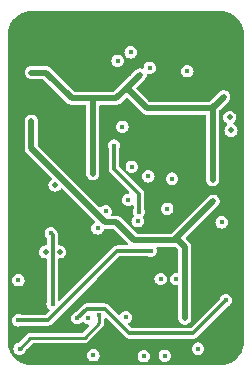
<source format=gbr>
%TF.GenerationSoftware,KiCad,Pcbnew,8.0.0*%
%TF.CreationDate,2024-02-29T09:48:21+03:00*%
%TF.ProjectId,micro17,6d696372-6f31-4372-9e6b-696361645f70,rev?*%
%TF.SameCoordinates,Original*%
%TF.FileFunction,Copper,L2,Inr*%
%TF.FilePolarity,Positive*%
%FSLAX46Y46*%
G04 Gerber Fmt 4.6, Leading zero omitted, Abs format (unit mm)*
G04 Created by KiCad (PCBNEW 8.0.0) date 2024-02-29 09:48:21*
%MOMM*%
%LPD*%
G01*
G04 APERTURE LIST*
%TA.AperFunction,ViaPad*%
%ADD10C,0.450000*%
%TD*%
%TA.AperFunction,ViaPad*%
%ADD11C,0.500000*%
%TD*%
%TA.AperFunction,Conductor*%
%ADD12C,0.300000*%
%TD*%
%TA.AperFunction,Conductor*%
%ADD13C,0.250000*%
%TD*%
%TA.AperFunction,Conductor*%
%ADD14C,0.500000*%
%TD*%
G04 APERTURE END LIST*
D10*
%TO.N,GND*%
X191000000Y-71900000D03*
D11*
X183000000Y-53000000D03*
X197000000Y-73000000D03*
X182000000Y-75250000D03*
X180750000Y-70000000D03*
X181000000Y-68500000D03*
X188750000Y-69500000D03*
X198250000Y-65750000D03*
X198750000Y-63250000D03*
X183000000Y-73000000D03*
X181000000Y-75000000D03*
X199100000Y-79100000D03*
X199000000Y-53000000D03*
X199000000Y-51000000D03*
X185000000Y-55000000D03*
X187000000Y-55000000D03*
X181000000Y-65000000D03*
X181000000Y-63000000D03*
X181000000Y-61000000D03*
X181000000Y-59000000D03*
X181000000Y-57000000D03*
X181000000Y-55000000D03*
X181000000Y-53000000D03*
X185000000Y-53000000D03*
X187000000Y-53000000D03*
X187000000Y-51000000D03*
X185000000Y-51000000D03*
X183000000Y-51000000D03*
X181000000Y-51000000D03*
X185000000Y-60000000D03*
D10*
X186500000Y-79400000D03*
X182960000Y-59312499D03*
X183960000Y-60012499D03*
%TO.N,PTT_IN*%
X196100000Y-78600000D03*
%TO.N,GND*%
X192000000Y-57500000D03*
X197300000Y-72000000D03*
D11*
X189700000Y-79500000D03*
D10*
X194000000Y-61500000D03*
X192000000Y-59500000D03*
X194000000Y-57300000D03*
X197800000Y-78400000D03*
X189000000Y-64500000D03*
X186100000Y-68400000D03*
X196000000Y-59500000D03*
X196000000Y-61500000D03*
X190300000Y-55300000D03*
X194400000Y-54800000D03*
X191400000Y-68500000D03*
X192000000Y-61500000D03*
X198800000Y-54600000D03*
X196000000Y-57500000D03*
X196400000Y-74700000D03*
D11*
X182300000Y-70300000D03*
D10*
X194800000Y-65900000D03*
%TO.N,+3V3*%
X191200000Y-55400000D03*
X198300000Y-57250000D03*
D11*
X182000000Y-55212499D03*
D10*
X187200000Y-63800000D03*
D11*
X197350000Y-64290000D03*
D10*
X183650000Y-68800000D03*
X183800000Y-74800000D03*
%TO.N,+5V*%
X197400000Y-66100000D03*
X189200000Y-67900000D03*
X191475000Y-69397760D03*
D11*
X182000000Y-59312499D03*
D10*
X195000000Y-76000000D03*
%TO.N,Net-(U4B-+)*%
X191000000Y-67800000D03*
X188301409Y-66976409D03*
%TO.N,/MCU/~{RST}*%
X190400000Y-53500000D03*
X189700000Y-59800000D03*
%TO.N,Net-(C16-Pad2)*%
X190200000Y-66000000D03*
X187600000Y-68400000D03*
%TO.N,Net-(U5A-P0A)*%
X180900000Y-76200000D03*
X192100000Y-70300000D03*
X193501316Y-66750000D03*
%TO.N,Net-(U5B-P1A)*%
X180900000Y-72800000D03*
X198100000Y-67900000D03*
%TO.N,Net-(U5C-P2W)*%
X198467935Y-74499604D03*
X185900000Y-76000000D03*
%TO.N,I2C_SDA*%
X192023768Y-54823768D03*
D11*
X183200000Y-70400000D03*
D10*
%TO.N,PTT_OUT*%
X191900000Y-64000000D03*
X194250000Y-72700000D03*
%TO.N,AUDIO_OUT_MUTE*%
X193900000Y-64200000D03*
%TO.N,BASEBAND_IN_FILT*%
X189000000Y-61400000D03*
X191100000Y-67000000D03*
%TO.N,BASEBAND_OUT*%
X190500000Y-63200000D03*
X186800000Y-76000000D03*
%TO.N,I2C_SCL*%
X195200000Y-55100000D03*
D11*
X184400000Y-70400000D03*
D10*
%TO.N,AUDIO_OUT_FILT*%
X187750000Y-75775000D03*
X181000000Y-78597151D03*
%TO.N,BASEBAND_IN*%
X187250000Y-79150000D03*
%TO.N,BASEBAND_OUT_FILT*%
X191525000Y-79225000D03*
%TO.N,AUDIO_IN*%
X193300000Y-79200000D03*
%TO.N,PTT_IN*%
X189300000Y-54200000D03*
%TO.N,MCU_TX*%
X190000000Y-75950000D03*
D11*
X198900000Y-60100000D03*
D10*
X192950000Y-72700000D03*
D11*
%TO.N,MCU_RX*%
X198800000Y-59000000D03*
%TO.N,Net-(J5-Pin_38)*%
X184000000Y-64750000D03*
%TD*%
D12*
%TO.N,Net-(U5C-P2W)*%
X190300000Y-77300000D02*
X195667539Y-77300000D01*
X188200000Y-75200000D02*
X190300000Y-77300000D01*
X195667539Y-77300000D02*
X198467935Y-74499604D01*
X186700000Y-75200000D02*
X188200000Y-75200000D01*
X185900000Y-76000000D02*
X186700000Y-75200000D01*
D13*
%TO.N,AUDIO_OUT_FILT*%
X186500000Y-77700000D02*
X181897151Y-77700000D01*
X187750000Y-76450000D02*
X186500000Y-77700000D01*
X181897151Y-77700000D02*
X181000000Y-78597151D01*
X187750000Y-75775000D02*
X187750000Y-76450000D01*
D14*
%TO.N,+3V3*%
X191795405Y-58250000D02*
X190100000Y-56554595D01*
X198300000Y-57250000D02*
X197300000Y-58250000D01*
X197300000Y-58250000D02*
X191795405Y-58250000D01*
X190100000Y-56554595D02*
X190100000Y-56500000D01*
%TO.N,+5V*%
X188270405Y-67900000D02*
X182000000Y-61629595D01*
X182000000Y-61629595D02*
X182000000Y-59312499D01*
X189200000Y-67900000D02*
X188270405Y-67900000D01*
%TO.N,+3V3*%
X185400000Y-57400000D02*
X187200000Y-57400000D01*
X183212499Y-55212499D02*
X185400000Y-57400000D01*
X182000000Y-55212499D02*
X183212499Y-55212499D01*
D12*
X183800000Y-68950000D02*
X183650000Y-68800000D01*
X183800000Y-74800000D02*
X183800000Y-68950000D01*
D14*
X190100000Y-56500000D02*
X191200000Y-55400000D01*
X189200000Y-57400000D02*
X190100000Y-56500000D01*
X187200000Y-57400000D02*
X189200000Y-57400000D01*
X197350000Y-64290000D02*
X197350000Y-58200000D01*
X197350000Y-58200000D02*
X198300000Y-57250000D01*
X187200000Y-63800000D02*
X187200000Y-57400000D01*
%TO.N,+5V*%
X197400000Y-66100000D02*
X194100000Y-69400000D01*
X190700000Y-69400000D02*
X194100000Y-69400000D01*
X194100000Y-69400000D02*
X194428248Y-69400000D01*
X194428248Y-69400000D02*
X195000000Y-69971752D01*
X189200000Y-67900000D02*
X190700000Y-69400000D01*
X195000000Y-69971752D02*
X195000000Y-76000000D01*
D12*
%TO.N,Net-(U5A-P0A)*%
X192100000Y-70300000D02*
X189277818Y-70300000D01*
X189277818Y-70300000D02*
X183377818Y-76200000D01*
X183377818Y-76200000D02*
X180900000Y-76200000D01*
%TO.N,BASEBAND_IN_FILT*%
X189000000Y-63400000D02*
X191100000Y-65500000D01*
X189000000Y-61400000D02*
X189000000Y-63400000D01*
X191100000Y-65500000D02*
X191100000Y-67000000D01*
%TD*%
%TA.AperFunction,Conductor*%
%TO.N,GND*%
G36*
X198003886Y-50000277D02*
G01*
X198276859Y-50019801D01*
X198292237Y-50022011D01*
X198555845Y-50079356D01*
X198570764Y-50083736D01*
X198823532Y-50178014D01*
X198837676Y-50184474D01*
X199074440Y-50313757D01*
X199087523Y-50322165D01*
X199303476Y-50483826D01*
X199315230Y-50494010D01*
X199505989Y-50684769D01*
X199516173Y-50696523D01*
X199677834Y-50912476D01*
X199686242Y-50925559D01*
X199815525Y-51162323D01*
X199821986Y-51176469D01*
X199916262Y-51429233D01*
X199920643Y-51444155D01*
X199977986Y-51707754D01*
X199980199Y-51723148D01*
X199999722Y-51996113D01*
X200000000Y-52003889D01*
X200000000Y-77996110D01*
X199999722Y-78003886D01*
X199980199Y-78276851D01*
X199977986Y-78292245D01*
X199920643Y-78555844D01*
X199916262Y-78570766D01*
X199821986Y-78823530D01*
X199815525Y-78837676D01*
X199686242Y-79074440D01*
X199677834Y-79087523D01*
X199516173Y-79303476D01*
X199505989Y-79315230D01*
X199315230Y-79505989D01*
X199303476Y-79516173D01*
X199087523Y-79677834D01*
X199074440Y-79686242D01*
X198837676Y-79815525D01*
X198823530Y-79821986D01*
X198570766Y-79916262D01*
X198555844Y-79920643D01*
X198292245Y-79977986D01*
X198276851Y-79980199D01*
X198003887Y-79999722D01*
X197996111Y-80000000D01*
X182003889Y-80000000D01*
X181996113Y-79999722D01*
X181723148Y-79980199D01*
X181707754Y-79977986D01*
X181444155Y-79920643D01*
X181429233Y-79916262D01*
X181176469Y-79821986D01*
X181162323Y-79815525D01*
X180925559Y-79686242D01*
X180912476Y-79677834D01*
X180696523Y-79516173D01*
X180684769Y-79505989D01*
X180494010Y-79315230D01*
X180483826Y-79303476D01*
X180368936Y-79150002D01*
X186719965Y-79150002D01*
X186738024Y-79287178D01*
X186738026Y-79287185D01*
X186790974Y-79415014D01*
X186790976Y-79415018D01*
X186860781Y-79505989D01*
X186875209Y-79524791D01*
X186984982Y-79609024D01*
X187048899Y-79635499D01*
X187112814Y-79661973D01*
X187112821Y-79661975D01*
X187249997Y-79680035D01*
X187250000Y-79680035D01*
X187250003Y-79680035D01*
X187387178Y-79661975D01*
X187387180Y-79661974D01*
X187387183Y-79661974D01*
X187515018Y-79609024D01*
X187624791Y-79524791D01*
X187709024Y-79415018D01*
X187761974Y-79287183D01*
X187770161Y-79225002D01*
X190994965Y-79225002D01*
X191013024Y-79362178D01*
X191013026Y-79362185D01*
X191065974Y-79490014D01*
X191065976Y-79490018D01*
X191131028Y-79574795D01*
X191150209Y-79599791D01*
X191150213Y-79599794D01*
X191150214Y-79599795D01*
X191162243Y-79609025D01*
X191259982Y-79684024D01*
X191265337Y-79686242D01*
X191387814Y-79736973D01*
X191387821Y-79736975D01*
X191524997Y-79755035D01*
X191525000Y-79755035D01*
X191525003Y-79755035D01*
X191662178Y-79736975D01*
X191662180Y-79736974D01*
X191662183Y-79736974D01*
X191790018Y-79684024D01*
X191899791Y-79599791D01*
X191984024Y-79490018D01*
X192036974Y-79362183D01*
X192040266Y-79337183D01*
X192055035Y-79225002D01*
X192055035Y-79224997D01*
X192051744Y-79200002D01*
X192769965Y-79200002D01*
X192788024Y-79337178D01*
X192788026Y-79337185D01*
X192840974Y-79465014D01*
X192840976Y-79465018D01*
X192872414Y-79505989D01*
X192925209Y-79574791D01*
X193034982Y-79659024D01*
X193095341Y-79684025D01*
X193162814Y-79711973D01*
X193162821Y-79711975D01*
X193299997Y-79730035D01*
X193300000Y-79730035D01*
X193300003Y-79730035D01*
X193437178Y-79711975D01*
X193437180Y-79711974D01*
X193437183Y-79711974D01*
X193565018Y-79659024D01*
X193674791Y-79574791D01*
X193759024Y-79465018D01*
X193811974Y-79337183D01*
X193814865Y-79315230D01*
X193830035Y-79200002D01*
X193830035Y-79199997D01*
X193811975Y-79062821D01*
X193811973Y-79062814D01*
X193759023Y-78934981D01*
X193674795Y-78825214D01*
X193674794Y-78825213D01*
X193674791Y-78825209D01*
X193674786Y-78825205D01*
X193674785Y-78825204D01*
X193565018Y-78740976D01*
X193565014Y-78740974D01*
X193437185Y-78688026D01*
X193437178Y-78688024D01*
X193300003Y-78669965D01*
X193299997Y-78669965D01*
X193162821Y-78688024D01*
X193162814Y-78688026D01*
X193034981Y-78740976D01*
X192925214Y-78825204D01*
X192925204Y-78825214D01*
X192840976Y-78934981D01*
X192788026Y-79062814D01*
X192788024Y-79062821D01*
X192769965Y-79199997D01*
X192769965Y-79200002D01*
X192051744Y-79200002D01*
X192036975Y-79087821D01*
X192036973Y-79087814D01*
X191990159Y-78974795D01*
X191984024Y-78959983D01*
X191984023Y-78959982D01*
X191984023Y-78959981D01*
X191899795Y-78850214D01*
X191899794Y-78850213D01*
X191899791Y-78850209D01*
X191899786Y-78850205D01*
X191899785Y-78850204D01*
X191790018Y-78765976D01*
X191790014Y-78765974D01*
X191662185Y-78713026D01*
X191662178Y-78713024D01*
X191525003Y-78694965D01*
X191524997Y-78694965D01*
X191387821Y-78713024D01*
X191387814Y-78713026D01*
X191259981Y-78765976D01*
X191150214Y-78850204D01*
X191150204Y-78850214D01*
X191065976Y-78959981D01*
X191013026Y-79087814D01*
X191013024Y-79087821D01*
X190994965Y-79224997D01*
X190994965Y-79225002D01*
X187770161Y-79225002D01*
X187780035Y-79150000D01*
X187780035Y-79149997D01*
X187761975Y-79012821D01*
X187761973Y-79012814D01*
X187709023Y-78884981D01*
X187624795Y-78775214D01*
X187624794Y-78775213D01*
X187624791Y-78775209D01*
X187624786Y-78775205D01*
X187624785Y-78775204D01*
X187515018Y-78690976D01*
X187515014Y-78690974D01*
X187387185Y-78638026D01*
X187387178Y-78638024D01*
X187250003Y-78619965D01*
X187249997Y-78619965D01*
X187112821Y-78638024D01*
X187112814Y-78638026D01*
X186984981Y-78690976D01*
X186875214Y-78775204D01*
X186875204Y-78775214D01*
X186790976Y-78884981D01*
X186738026Y-79012814D01*
X186738024Y-79012821D01*
X186719965Y-79149997D01*
X186719965Y-79150002D01*
X180368936Y-79150002D01*
X180322165Y-79087523D01*
X180313757Y-79074440D01*
X180303783Y-79056174D01*
X180184473Y-78837673D01*
X180178013Y-78823530D01*
X180159988Y-78775204D01*
X180093579Y-78597153D01*
X180469965Y-78597153D01*
X180488024Y-78734329D01*
X180488026Y-78734336D01*
X180540974Y-78862165D01*
X180540976Y-78862169D01*
X180558480Y-78884981D01*
X180625209Y-78971942D01*
X180734982Y-79056175D01*
X180798899Y-79082650D01*
X180862814Y-79109124D01*
X180862821Y-79109126D01*
X180999997Y-79127186D01*
X181000000Y-79127186D01*
X181000003Y-79127186D01*
X181137178Y-79109126D01*
X181137180Y-79109125D01*
X181137183Y-79109125D01*
X181265018Y-79056175D01*
X181374791Y-78971942D01*
X181459024Y-78862169D01*
X181511974Y-78734334D01*
X181514332Y-78716421D01*
X181543331Y-78655620D01*
X181545325Y-78653573D01*
X181598896Y-78600002D01*
X195569965Y-78600002D01*
X195588024Y-78737178D01*
X195588026Y-78737185D01*
X195640974Y-78865014D01*
X195640976Y-78865018D01*
X195723022Y-78971942D01*
X195725209Y-78974791D01*
X195834982Y-79059024D01*
X195844149Y-79062821D01*
X195962814Y-79111973D01*
X195962821Y-79111975D01*
X196099997Y-79130035D01*
X196100000Y-79130035D01*
X196100003Y-79130035D01*
X196237178Y-79111975D01*
X196237180Y-79111974D01*
X196237183Y-79111974D01*
X196365018Y-79059024D01*
X196474791Y-78974791D01*
X196559024Y-78865018D01*
X196611974Y-78737183D01*
X196615155Y-78713026D01*
X196630035Y-78600002D01*
X196630035Y-78599997D01*
X196611975Y-78462821D01*
X196611973Y-78462814D01*
X196559023Y-78334981D01*
X196474795Y-78225214D01*
X196474794Y-78225213D01*
X196474791Y-78225209D01*
X196474786Y-78225205D01*
X196474785Y-78225204D01*
X196365018Y-78140976D01*
X196365014Y-78140974D01*
X196237185Y-78088026D01*
X196237178Y-78088024D01*
X196100003Y-78069965D01*
X196099997Y-78069965D01*
X195962821Y-78088024D01*
X195962814Y-78088026D01*
X195834981Y-78140976D01*
X195725214Y-78225204D01*
X195725204Y-78225214D01*
X195640976Y-78334981D01*
X195588026Y-78462814D01*
X195588024Y-78462821D01*
X195569965Y-78599997D01*
X195569965Y-78600002D01*
X181598896Y-78600002D01*
X182041475Y-78157425D01*
X182101498Y-78126842D01*
X182118549Y-78125500D01*
X186556018Y-78125500D01*
X186664237Y-78096503D01*
X186761263Y-78040485D01*
X188090485Y-76711263D01*
X188146503Y-76614237D01*
X188175500Y-76506018D01*
X188175500Y-76393982D01*
X188175500Y-76120707D01*
X188196317Y-76056638D01*
X188198026Y-76054350D01*
X188213374Y-76034349D01*
X188214454Y-76035178D01*
X188259016Y-75995045D01*
X188326011Y-75987995D01*
X188380438Y-76017541D01*
X190023386Y-77660489D01*
X190082696Y-77694731D01*
X190104405Y-77707265D01*
X190126113Y-77719799D01*
X190240687Y-77750499D01*
X190240691Y-77750500D01*
X190240693Y-77750500D01*
X195726847Y-77750500D01*
X195726848Y-77750500D01*
X195817212Y-77726286D01*
X195841426Y-77719799D01*
X195944153Y-77660489D01*
X198569212Y-75035428D01*
X198604573Y-75011803D01*
X198605115Y-75011578D01*
X198605118Y-75011578D01*
X198732953Y-74958628D01*
X198842726Y-74874395D01*
X198926959Y-74764622D01*
X198979909Y-74636787D01*
X198993347Y-74534722D01*
X198997970Y-74499606D01*
X198997970Y-74499601D01*
X198979910Y-74362425D01*
X198979908Y-74362418D01*
X198926958Y-74234585D01*
X198842730Y-74124818D01*
X198842729Y-74124817D01*
X198842726Y-74124813D01*
X198842721Y-74124809D01*
X198842720Y-74124808D01*
X198732953Y-74040580D01*
X198732949Y-74040578D01*
X198605120Y-73987630D01*
X198605113Y-73987628D01*
X198467938Y-73969569D01*
X198467932Y-73969569D01*
X198330756Y-73987628D01*
X198330749Y-73987630D01*
X198202916Y-74040580D01*
X198093149Y-74124808D01*
X198093139Y-74124818D01*
X198008912Y-74234584D01*
X197955735Y-74362965D01*
X197932107Y-74398327D01*
X195512861Y-76817575D01*
X195452837Y-76848158D01*
X195435786Y-76849500D01*
X190531753Y-76849500D01*
X190467684Y-76828683D01*
X190454678Y-76817575D01*
X190225589Y-76588486D01*
X190195006Y-76528462D01*
X190205544Y-76461926D01*
X190253179Y-76414291D01*
X190260955Y-76410707D01*
X190261404Y-76410520D01*
X190265018Y-76409024D01*
X190374791Y-76324791D01*
X190459024Y-76215018D01*
X190511974Y-76087183D01*
X190513911Y-76072476D01*
X190530035Y-75950002D01*
X190530035Y-75949997D01*
X190511975Y-75812821D01*
X190511973Y-75812814D01*
X190479734Y-75734981D01*
X190459024Y-75684983D01*
X190459023Y-75684982D01*
X190459023Y-75684981D01*
X190374795Y-75575214D01*
X190374794Y-75575213D01*
X190374791Y-75575209D01*
X190374786Y-75575205D01*
X190374785Y-75575204D01*
X190265018Y-75490976D01*
X190265014Y-75490974D01*
X190137185Y-75438026D01*
X190137178Y-75438024D01*
X190000003Y-75419965D01*
X189999997Y-75419965D01*
X189862821Y-75438024D01*
X189862814Y-75438026D01*
X189734981Y-75490976D01*
X189625214Y-75575204D01*
X189625204Y-75575214D01*
X189540976Y-75684981D01*
X189539288Y-75689057D01*
X189495533Y-75740278D01*
X189430027Y-75755999D01*
X189367792Y-75730215D01*
X189361526Y-75724423D01*
X188476614Y-74839511D01*
X188373887Y-74780201D01*
X188349673Y-74773713D01*
X188259312Y-74749500D01*
X188259309Y-74749500D01*
X186640691Y-74749500D01*
X186550326Y-74773713D01*
X186526113Y-74780200D01*
X186423388Y-74839508D01*
X185798723Y-75464172D01*
X185763361Y-75487800D01*
X185634980Y-75540977D01*
X185525214Y-75625204D01*
X185525204Y-75625214D01*
X185440976Y-75734981D01*
X185388026Y-75862814D01*
X185388024Y-75862821D01*
X185369965Y-75999997D01*
X185369965Y-76000002D01*
X185388024Y-76137178D01*
X185388026Y-76137185D01*
X185440974Y-76265014D01*
X185440976Y-76265018D01*
X185523181Y-76372149D01*
X185525209Y-76374791D01*
X185634982Y-76459024D01*
X185698899Y-76485499D01*
X185762814Y-76511973D01*
X185762821Y-76511975D01*
X185899997Y-76530035D01*
X185900000Y-76530035D01*
X185900003Y-76530035D01*
X186037178Y-76511975D01*
X186037180Y-76511974D01*
X186037183Y-76511974D01*
X186165018Y-76459024D01*
X186274791Y-76374791D01*
X186274790Y-76374791D01*
X186280459Y-76370442D01*
X186281769Y-76372149D01*
X186332949Y-76346073D01*
X186399485Y-76356611D01*
X186419176Y-76370917D01*
X186419541Y-76370442D01*
X186425209Y-76374791D01*
X186534982Y-76459024D01*
X186598899Y-76485499D01*
X186662814Y-76511973D01*
X186662821Y-76511975D01*
X186799997Y-76530035D01*
X186805067Y-76530035D01*
X186869136Y-76550852D01*
X186908732Y-76605352D01*
X186908732Y-76672718D01*
X186882142Y-76716110D01*
X186355677Y-77242575D01*
X186295653Y-77273158D01*
X186278602Y-77274500D01*
X181841133Y-77274500D01*
X181732914Y-77303496D01*
X181635888Y-77359514D01*
X180943575Y-78051825D01*
X180883552Y-78082408D01*
X180880734Y-78082817D01*
X180862817Y-78085176D01*
X180734981Y-78138127D01*
X180625214Y-78222355D01*
X180625204Y-78222365D01*
X180540976Y-78332132D01*
X180488026Y-78459965D01*
X180488024Y-78459972D01*
X180469965Y-78597148D01*
X180469965Y-78597153D01*
X180093579Y-78597153D01*
X180083736Y-78570764D01*
X180079356Y-78555844D01*
X180059120Y-78462821D01*
X180022011Y-78292237D01*
X180019801Y-78276859D01*
X180000278Y-78003886D01*
X180000000Y-77996110D01*
X180000000Y-76200002D01*
X180369965Y-76200002D01*
X180388024Y-76337178D01*
X180388026Y-76337185D01*
X180440974Y-76465014D01*
X180440976Y-76465018D01*
X180514234Y-76560489D01*
X180525209Y-76574791D01*
X180634982Y-76659024D01*
X180668043Y-76672718D01*
X180762814Y-76711973D01*
X180762821Y-76711975D01*
X180899997Y-76730035D01*
X180900000Y-76730035D01*
X180900003Y-76730035D01*
X181037178Y-76711975D01*
X181037180Y-76711974D01*
X181037183Y-76711974D01*
X181165018Y-76659024D01*
X181165018Y-76659023D01*
X181165566Y-76658797D01*
X181207278Y-76650500D01*
X183437126Y-76650500D01*
X183437127Y-76650500D01*
X183527491Y-76626286D01*
X183551705Y-76619799D01*
X183654432Y-76560489D01*
X187514919Y-72700002D01*
X192419965Y-72700002D01*
X192438024Y-72837178D01*
X192438026Y-72837185D01*
X192490974Y-72965014D01*
X192490976Y-72965018D01*
X192567709Y-73065018D01*
X192575209Y-73074791D01*
X192684982Y-73159024D01*
X192748899Y-73185499D01*
X192812814Y-73211973D01*
X192812821Y-73211975D01*
X192949997Y-73230035D01*
X192950000Y-73230035D01*
X192950003Y-73230035D01*
X193087178Y-73211975D01*
X193087180Y-73211974D01*
X193087183Y-73211974D01*
X193215018Y-73159024D01*
X193324791Y-73074791D01*
X193409024Y-72965018D01*
X193461974Y-72837183D01*
X193466870Y-72800000D01*
X193480035Y-72700002D01*
X193480035Y-72699997D01*
X193461975Y-72562821D01*
X193461973Y-72562814D01*
X193409023Y-72434981D01*
X193324795Y-72325214D01*
X193324794Y-72325213D01*
X193324791Y-72325209D01*
X193324786Y-72325205D01*
X193324785Y-72325204D01*
X193215018Y-72240976D01*
X193215014Y-72240974D01*
X193087185Y-72188026D01*
X193087178Y-72188024D01*
X192950003Y-72169965D01*
X192949997Y-72169965D01*
X192812821Y-72188024D01*
X192812814Y-72188026D01*
X192684981Y-72240976D01*
X192575214Y-72325204D01*
X192575204Y-72325214D01*
X192490976Y-72434981D01*
X192438026Y-72562814D01*
X192438024Y-72562821D01*
X192419965Y-72699997D01*
X192419965Y-72700002D01*
X187514919Y-72700002D01*
X189432496Y-70782425D01*
X189492520Y-70751842D01*
X189509571Y-70750500D01*
X191792722Y-70750500D01*
X191834434Y-70758797D01*
X191962814Y-70811973D01*
X191962821Y-70811975D01*
X192099997Y-70830035D01*
X192100000Y-70830035D01*
X192100003Y-70830035D01*
X192237178Y-70811975D01*
X192237180Y-70811974D01*
X192237183Y-70811974D01*
X192365018Y-70759024D01*
X192474791Y-70674791D01*
X192559024Y-70565018D01*
X192611974Y-70437183D01*
X192616870Y-70400000D01*
X192630035Y-70300002D01*
X192630035Y-70299997D01*
X192611975Y-70162821D01*
X192611973Y-70162814D01*
X192586457Y-70101212D01*
X192581172Y-70034054D01*
X192616371Y-69976615D01*
X192678609Y-69950836D01*
X192687160Y-69950500D01*
X194027525Y-69950500D01*
X194027526Y-69950500D01*
X194155073Y-69950500D01*
X194219142Y-69971317D01*
X194232148Y-69982425D01*
X194417575Y-70167852D01*
X194448158Y-70227876D01*
X194449500Y-70244927D01*
X194449500Y-72071939D01*
X194428683Y-72136008D01*
X194374183Y-72175604D01*
X194326273Y-72180006D01*
X194250004Y-72169965D01*
X194249997Y-72169965D01*
X194112821Y-72188024D01*
X194112814Y-72188026D01*
X193984981Y-72240976D01*
X193875214Y-72325204D01*
X193875204Y-72325214D01*
X193790976Y-72434981D01*
X193738026Y-72562814D01*
X193738024Y-72562821D01*
X193719965Y-72699997D01*
X193719965Y-72700002D01*
X193738024Y-72837178D01*
X193738026Y-72837185D01*
X193790974Y-72965014D01*
X193790976Y-72965018D01*
X193867709Y-73065018D01*
X193875209Y-73074791D01*
X193984982Y-73159024D01*
X194048899Y-73185499D01*
X194112814Y-73211973D01*
X194112821Y-73211975D01*
X194249997Y-73230035D01*
X194250000Y-73230035D01*
X194250001Y-73230035D01*
X194267390Y-73227745D01*
X194326272Y-73219993D01*
X194392509Y-73232268D01*
X194438881Y-73281133D01*
X194449500Y-73328060D01*
X194449500Y-76072476D01*
X194487016Y-76212485D01*
X194559010Y-76337183D01*
X194559491Y-76338015D01*
X194661985Y-76440509D01*
X194787515Y-76512984D01*
X194927525Y-76550500D01*
X194927527Y-76550500D01*
X195072473Y-76550500D01*
X195072475Y-76550500D01*
X195212485Y-76512984D01*
X195338015Y-76440509D01*
X195440509Y-76338015D01*
X195512984Y-76212485D01*
X195550500Y-76072475D01*
X195550500Y-69899277D01*
X195512984Y-69759267D01*
X195500714Y-69738014D01*
X195440510Y-69633737D01*
X195119721Y-69312948D01*
X195089140Y-69252927D01*
X195099678Y-69186391D01*
X195119720Y-69158804D01*
X196378522Y-67900002D01*
X197569965Y-67900002D01*
X197588024Y-68037178D01*
X197588026Y-68037185D01*
X197640974Y-68165014D01*
X197640976Y-68165018D01*
X197721505Y-68269965D01*
X197725209Y-68274791D01*
X197834982Y-68359024D01*
X197898899Y-68385499D01*
X197962814Y-68411973D01*
X197962821Y-68411975D01*
X198099997Y-68430035D01*
X198100000Y-68430035D01*
X198100003Y-68430035D01*
X198237178Y-68411975D01*
X198237180Y-68411974D01*
X198237183Y-68411974D01*
X198365018Y-68359024D01*
X198474791Y-68274791D01*
X198559024Y-68165018D01*
X198611974Y-68037183D01*
X198613551Y-68025209D01*
X198630035Y-67900002D01*
X198630035Y-67899997D01*
X198611975Y-67762821D01*
X198611973Y-67762814D01*
X198559023Y-67634981D01*
X198474795Y-67525214D01*
X198474794Y-67525213D01*
X198474791Y-67525209D01*
X198474786Y-67525205D01*
X198474785Y-67525204D01*
X198365018Y-67440976D01*
X198365014Y-67440974D01*
X198237185Y-67388026D01*
X198237178Y-67388024D01*
X198100003Y-67369965D01*
X198099997Y-67369965D01*
X197962821Y-67388024D01*
X197962814Y-67388026D01*
X197834981Y-67440976D01*
X197725214Y-67525204D01*
X197725204Y-67525214D01*
X197640976Y-67634981D01*
X197588026Y-67762814D01*
X197588024Y-67762821D01*
X197569965Y-67899997D01*
X197569965Y-67900002D01*
X196378522Y-67900002D01*
X197840510Y-66438015D01*
X197912984Y-66312485D01*
X197950500Y-66172474D01*
X197950500Y-66027526D01*
X197912984Y-65887515D01*
X197840510Y-65761985D01*
X197738015Y-65659490D01*
X197678647Y-65625214D01*
X197612484Y-65587015D01*
X197472477Y-65549500D01*
X197472474Y-65549500D01*
X197327526Y-65549500D01*
X197327522Y-65549500D01*
X197187515Y-65587015D01*
X197061987Y-65659488D01*
X193903900Y-68817575D01*
X193843876Y-68848158D01*
X193826825Y-68849500D01*
X190973175Y-68849500D01*
X190909106Y-68828683D01*
X190896100Y-68817575D01*
X190243539Y-68165014D01*
X189538015Y-67459490D01*
X189538012Y-67459488D01*
X189412484Y-67387015D01*
X189366861Y-67374791D01*
X189366860Y-67374790D01*
X189272478Y-67349500D01*
X189272475Y-67349500D01*
X188878798Y-67349500D01*
X188814729Y-67328683D01*
X188775133Y-67274183D01*
X188775133Y-67206817D01*
X188778095Y-67198789D01*
X188813381Y-67113597D01*
X188813384Y-67113587D01*
X188831444Y-66976411D01*
X188831444Y-66976406D01*
X188813384Y-66839230D01*
X188813382Y-66839223D01*
X188776425Y-66750000D01*
X188760433Y-66711392D01*
X188760432Y-66711391D01*
X188760432Y-66711390D01*
X188676204Y-66601623D01*
X188676203Y-66601622D01*
X188676200Y-66601618D01*
X188676195Y-66601614D01*
X188676194Y-66601613D01*
X188566427Y-66517385D01*
X188566423Y-66517383D01*
X188438594Y-66464435D01*
X188438587Y-66464433D01*
X188301412Y-66446374D01*
X188301406Y-66446374D01*
X188164230Y-66464433D01*
X188164223Y-66464435D01*
X188036390Y-66517385D01*
X187926616Y-66601618D01*
X187926609Y-66601626D01*
X187925825Y-66602648D01*
X187925065Y-66603169D01*
X187921563Y-66606672D01*
X187920913Y-66606022D01*
X187870301Y-66640796D01*
X187802959Y-66639022D01*
X187762285Y-66613355D01*
X182582425Y-61433495D01*
X182551842Y-61373471D01*
X182550500Y-61356420D01*
X182550500Y-59355719D01*
X182551433Y-59341490D01*
X182555250Y-59312500D01*
X182555250Y-59312496D01*
X182551433Y-59283506D01*
X182550500Y-59269278D01*
X182550500Y-59240025D01*
X182550499Y-59240019D01*
X182547948Y-59230500D01*
X182542927Y-59211764D01*
X182540148Y-59197796D01*
X182536330Y-59168790D01*
X182525135Y-59141765D01*
X182520555Y-59128271D01*
X182512984Y-59100014D01*
X182498359Y-59074683D01*
X182492056Y-59061902D01*
X182480861Y-59034874D01*
X182463044Y-59011654D01*
X182455137Y-58999820D01*
X182440509Y-58974484D01*
X182440507Y-58974482D01*
X182419826Y-58953800D01*
X182410428Y-58943083D01*
X182392626Y-58919884D01*
X182392624Y-58919882D01*
X182392621Y-58919878D01*
X182369413Y-58902070D01*
X182358701Y-58892675D01*
X182338016Y-58871991D01*
X182338013Y-58871988D01*
X182312681Y-58857362D01*
X182300831Y-58849444D01*
X182296163Y-58845862D01*
X182277625Y-58831638D01*
X182277623Y-58831637D01*
X182277621Y-58831636D01*
X182250598Y-58820442D01*
X182237813Y-58814138D01*
X182214189Y-58800499D01*
X182212485Y-58799515D01*
X182212484Y-58799514D01*
X182212481Y-58799513D01*
X182184227Y-58791942D01*
X182170729Y-58787360D01*
X182143714Y-58776170D01*
X182143704Y-58776167D01*
X182114715Y-58772351D01*
X182100735Y-58769571D01*
X182092334Y-58767320D01*
X182072475Y-58761999D01*
X182072473Y-58761999D01*
X182043221Y-58761999D01*
X182028993Y-58761066D01*
X182000002Y-58757249D01*
X181999998Y-58757249D01*
X181971007Y-58761066D01*
X181956779Y-58761999D01*
X181927525Y-58761999D01*
X181899846Y-58769415D01*
X181899265Y-58769571D01*
X181885285Y-58772351D01*
X181856293Y-58776168D01*
X181829266Y-58787362D01*
X181815772Y-58791942D01*
X181787522Y-58799512D01*
X181787513Y-58799516D01*
X181762181Y-58814140D01*
X181749400Y-58820443D01*
X181722376Y-58831637D01*
X181722375Y-58831637D01*
X181699167Y-58849445D01*
X181687321Y-58857361D01*
X181661984Y-58871990D01*
X181641302Y-58892672D01*
X181630588Y-58902067D01*
X181607383Y-58919873D01*
X181607374Y-58919882D01*
X181589568Y-58943087D01*
X181580173Y-58953801D01*
X181559491Y-58974483D01*
X181544862Y-58999820D01*
X181536946Y-59011666D01*
X181519138Y-59034874D01*
X181519138Y-59034875D01*
X181507944Y-59061899D01*
X181501641Y-59074680D01*
X181487017Y-59100012D01*
X181487013Y-59100021D01*
X181479443Y-59128271D01*
X181474863Y-59141765D01*
X181463669Y-59168792D01*
X181459852Y-59197784D01*
X181457071Y-59211764D01*
X181449502Y-59240019D01*
X181449500Y-59240025D01*
X181449500Y-59269278D01*
X181448567Y-59283506D01*
X181444750Y-59312496D01*
X181444750Y-59312500D01*
X181448567Y-59341490D01*
X181449500Y-59355719D01*
X181449500Y-61702072D01*
X181487015Y-61842079D01*
X181487016Y-61842080D01*
X181559490Y-61967610D01*
X182654694Y-63062814D01*
X183712936Y-64121056D01*
X183743519Y-64181080D01*
X183732981Y-64247616D01*
X183702217Y-64284606D01*
X183607381Y-64357377D01*
X183607374Y-64357384D01*
X183519139Y-64472373D01*
X183463670Y-64606288D01*
X183463668Y-64606295D01*
X183444750Y-64749997D01*
X183444750Y-64750002D01*
X183463668Y-64893704D01*
X183463670Y-64893711D01*
X183519139Y-65027626D01*
X183607374Y-65142615D01*
X183607379Y-65142621D01*
X183607383Y-65142624D01*
X183607384Y-65142625D01*
X183722373Y-65230860D01*
X183856288Y-65286329D01*
X183856295Y-65286331D01*
X183999997Y-65305250D01*
X184000000Y-65305250D01*
X184000003Y-65305250D01*
X184143704Y-65286331D01*
X184143706Y-65286330D01*
X184143709Y-65286330D01*
X184277625Y-65230861D01*
X184392621Y-65142621D01*
X184465394Y-65047781D01*
X184520910Y-65009627D01*
X184588253Y-65011390D01*
X184628943Y-65037063D01*
X187359983Y-67768103D01*
X187390566Y-67828127D01*
X187380028Y-67894663D01*
X187340453Y-67936368D01*
X187340651Y-67936626D01*
X187339027Y-67937872D01*
X187337415Y-67939571D01*
X187334982Y-67940975D01*
X187225214Y-68025204D01*
X187225204Y-68025214D01*
X187140976Y-68134981D01*
X187088026Y-68262814D01*
X187088024Y-68262821D01*
X187069965Y-68399997D01*
X187069965Y-68400002D01*
X187088024Y-68537178D01*
X187088026Y-68537185D01*
X187140063Y-68662814D01*
X187140976Y-68665018D01*
X187225209Y-68774791D01*
X187225213Y-68774794D01*
X187225214Y-68774795D01*
X187258064Y-68800002D01*
X187334982Y-68859024D01*
X187398899Y-68885499D01*
X187462814Y-68911973D01*
X187462821Y-68911975D01*
X187599997Y-68930035D01*
X187600000Y-68930035D01*
X187600003Y-68930035D01*
X187737178Y-68911975D01*
X187737180Y-68911974D01*
X187737183Y-68911974D01*
X187865018Y-68859024D01*
X187974791Y-68774791D01*
X188059024Y-68665018D01*
X188111974Y-68537183D01*
X188111975Y-68537174D01*
X188113552Y-68531292D01*
X188150241Y-68474793D01*
X188213131Y-68450650D01*
X188218839Y-68450500D01*
X188342879Y-68450500D01*
X188926825Y-68450500D01*
X188990894Y-68471317D01*
X189003900Y-68482425D01*
X190184902Y-69663427D01*
X190215484Y-69723449D01*
X190204946Y-69789985D01*
X190157311Y-69837620D01*
X190107826Y-69849500D01*
X189218509Y-69849500D01*
X189128144Y-69873713D01*
X189103932Y-69880200D01*
X189103930Y-69880201D01*
X189001205Y-69939510D01*
X184436575Y-74504139D01*
X184376551Y-74534722D01*
X184310015Y-74524184D01*
X184262380Y-74476549D01*
X184250500Y-74427064D01*
X184250500Y-71059858D01*
X184271317Y-70995789D01*
X184325817Y-70956193D01*
X184373727Y-70951791D01*
X184391855Y-70954177D01*
X184399999Y-70955250D01*
X184400000Y-70955250D01*
X184400003Y-70955250D01*
X184543704Y-70936331D01*
X184543706Y-70936330D01*
X184543709Y-70936330D01*
X184677625Y-70880861D01*
X184792621Y-70792621D01*
X184880861Y-70677625D01*
X184936330Y-70543709D01*
X184950355Y-70437185D01*
X184955250Y-70400002D01*
X184955250Y-70399997D01*
X184936331Y-70256295D01*
X184936329Y-70256288D01*
X184880860Y-70122373D01*
X184792625Y-70007384D01*
X184792624Y-70007383D01*
X184792621Y-70007379D01*
X184792616Y-70007375D01*
X184792615Y-70007374D01*
X184677626Y-69919139D01*
X184543711Y-69863670D01*
X184543704Y-69863668D01*
X184400003Y-69844750D01*
X184400002Y-69844750D01*
X184400000Y-69844750D01*
X184381059Y-69847243D01*
X184373726Y-69848209D01*
X184307489Y-69835931D01*
X184261118Y-69787066D01*
X184250500Y-69740141D01*
X184250500Y-68890693D01*
X184250499Y-68890689D01*
X184242014Y-68859024D01*
X184219799Y-68776114D01*
X184219799Y-68776113D01*
X184219798Y-68776111D01*
X184219798Y-68776110D01*
X184175055Y-68698614D01*
X184165128Y-68669367D01*
X184163823Y-68669717D01*
X184161974Y-68662817D01*
X184161973Y-68662814D01*
X184109024Y-68534983D01*
X184109023Y-68534982D01*
X184109023Y-68534981D01*
X184024795Y-68425214D01*
X184024794Y-68425213D01*
X184024791Y-68425209D01*
X184024786Y-68425205D01*
X184024785Y-68425204D01*
X183915018Y-68340976D01*
X183915014Y-68340974D01*
X183787185Y-68288026D01*
X183787178Y-68288024D01*
X183650003Y-68269965D01*
X183649997Y-68269965D01*
X183512821Y-68288024D01*
X183512814Y-68288026D01*
X183384981Y-68340976D01*
X183275214Y-68425204D01*
X183275204Y-68425214D01*
X183190976Y-68534981D01*
X183138026Y-68662814D01*
X183138024Y-68662821D01*
X183119965Y-68799997D01*
X183119965Y-68800002D01*
X183138024Y-68937178D01*
X183138026Y-68937185D01*
X183190974Y-69065014D01*
X183190976Y-69065018D01*
X183275209Y-69174791D01*
X183306856Y-69199075D01*
X183345011Y-69254591D01*
X183349500Y-69285549D01*
X183349500Y-69740141D01*
X183328683Y-69804210D01*
X183274183Y-69843806D01*
X183226274Y-69848209D01*
X183218940Y-69847243D01*
X183200000Y-69844750D01*
X183199999Y-69844750D01*
X183199998Y-69844750D01*
X183199997Y-69844750D01*
X183056295Y-69863668D01*
X183056288Y-69863670D01*
X182922373Y-69919139D01*
X182807384Y-70007374D01*
X182807374Y-70007384D01*
X182719139Y-70122373D01*
X182663670Y-70256288D01*
X182663668Y-70256295D01*
X182644750Y-70399997D01*
X182644750Y-70400002D01*
X182663668Y-70543704D01*
X182663670Y-70543711D01*
X182719139Y-70677626D01*
X182799555Y-70782425D01*
X182807379Y-70792621D01*
X182807383Y-70792624D01*
X182807384Y-70792625D01*
X182922373Y-70880860D01*
X183056288Y-70936329D01*
X183056295Y-70936331D01*
X183199997Y-70955250D01*
X183200000Y-70955250D01*
X183200001Y-70955250D01*
X183208144Y-70954177D01*
X183226271Y-70951791D01*
X183292509Y-70964066D01*
X183338881Y-71012931D01*
X183349500Y-71059858D01*
X183349500Y-74492723D01*
X183341203Y-74534435D01*
X183288026Y-74662814D01*
X183288024Y-74662821D01*
X183269965Y-74799997D01*
X183269965Y-74800002D01*
X183288024Y-74937178D01*
X183288026Y-74937185D01*
X183340974Y-75065014D01*
X183340976Y-75065018D01*
X183425209Y-75174791D01*
X183425213Y-75174794D01*
X183425214Y-75174795D01*
X183519387Y-75247057D01*
X183557543Y-75302575D01*
X183555780Y-75369917D01*
X183530107Y-75410607D01*
X183223140Y-75717575D01*
X183163117Y-75748158D01*
X183146065Y-75749500D01*
X181207278Y-75749500D01*
X181165566Y-75741203D01*
X181037185Y-75688026D01*
X181037178Y-75688024D01*
X180900003Y-75669965D01*
X180899997Y-75669965D01*
X180762821Y-75688024D01*
X180762814Y-75688026D01*
X180634981Y-75740976D01*
X180525214Y-75825204D01*
X180525204Y-75825214D01*
X180440976Y-75934981D01*
X180388026Y-76062814D01*
X180388024Y-76062821D01*
X180369965Y-76199997D01*
X180369965Y-76200002D01*
X180000000Y-76200002D01*
X180000000Y-72800002D01*
X180369965Y-72800002D01*
X180388024Y-72937178D01*
X180388026Y-72937185D01*
X180440974Y-73065014D01*
X180440976Y-73065018D01*
X180513109Y-73159023D01*
X180525209Y-73174791D01*
X180634982Y-73259024D01*
X180688359Y-73281133D01*
X180762814Y-73311973D01*
X180762821Y-73311975D01*
X180899997Y-73330035D01*
X180900000Y-73330035D01*
X180900003Y-73330035D01*
X181037178Y-73311975D01*
X181037180Y-73311974D01*
X181037183Y-73311974D01*
X181165018Y-73259024D01*
X181274791Y-73174791D01*
X181359024Y-73065018D01*
X181411974Y-72937183D01*
X181425140Y-72837185D01*
X181430035Y-72800002D01*
X181430035Y-72799997D01*
X181411975Y-72662821D01*
X181411973Y-72662814D01*
X181359023Y-72534981D01*
X181274795Y-72425214D01*
X181274794Y-72425213D01*
X181274791Y-72425209D01*
X181274786Y-72425205D01*
X181274785Y-72425204D01*
X181165018Y-72340976D01*
X181165014Y-72340974D01*
X181037185Y-72288026D01*
X181037178Y-72288024D01*
X180900003Y-72269965D01*
X180899997Y-72269965D01*
X180762821Y-72288024D01*
X180762814Y-72288026D01*
X180634981Y-72340976D01*
X180525214Y-72425204D01*
X180525204Y-72425214D01*
X180440976Y-72534981D01*
X180388026Y-72662814D01*
X180388024Y-72662821D01*
X180369965Y-72799997D01*
X180369965Y-72800002D01*
X180000000Y-72800002D01*
X180000000Y-55212500D01*
X181444750Y-55212500D01*
X181448567Y-55241490D01*
X181449500Y-55255719D01*
X181449500Y-55284974D01*
X181454821Y-55304833D01*
X181457072Y-55313234D01*
X181459852Y-55327214D01*
X181463668Y-55356203D01*
X181463671Y-55356213D01*
X181474861Y-55383228D01*
X181479443Y-55396726D01*
X181487014Y-55424980D01*
X181501639Y-55450312D01*
X181507943Y-55463097D01*
X181512789Y-55474795D01*
X181519139Y-55490124D01*
X181533363Y-55508662D01*
X181536945Y-55513330D01*
X181544863Y-55525180D01*
X181559489Y-55550512D01*
X181559492Y-55550515D01*
X181580176Y-55571200D01*
X181589571Y-55581912D01*
X181607379Y-55605120D01*
X181607383Y-55605123D01*
X181607385Y-55605125D01*
X181630584Y-55622927D01*
X181641301Y-55632325D01*
X181661983Y-55653006D01*
X181661985Y-55653008D01*
X181687321Y-55667636D01*
X181699155Y-55675543D01*
X181722375Y-55693360D01*
X181749403Y-55704555D01*
X181762184Y-55710858D01*
X181787515Y-55725483D01*
X181815776Y-55733055D01*
X181829266Y-55737634D01*
X181856291Y-55748829D01*
X181885297Y-55752647D01*
X181899268Y-55755427D01*
X181918001Y-55760447D01*
X181927520Y-55762998D01*
X181927523Y-55762998D01*
X181927525Y-55762999D01*
X181956779Y-55762999D01*
X181971007Y-55763932D01*
X181999998Y-55767749D01*
X182000000Y-55767749D01*
X182000002Y-55767749D01*
X182028993Y-55763932D01*
X182043221Y-55762999D01*
X182939324Y-55762999D01*
X183003393Y-55783816D01*
X183016399Y-55794924D01*
X185061986Y-57840510D01*
X185099182Y-57861985D01*
X185187515Y-57912984D01*
X185327525Y-57950500D01*
X185327526Y-57950500D01*
X185472474Y-57950500D01*
X186540500Y-57950500D01*
X186604569Y-57971317D01*
X186644165Y-58025817D01*
X186649500Y-58059500D01*
X186649500Y-63872476D01*
X186687016Y-64012485D01*
X186759010Y-64137183D01*
X186759491Y-64138015D01*
X186861985Y-64240509D01*
X186987515Y-64312984D01*
X187127525Y-64350500D01*
X187127527Y-64350500D01*
X187272473Y-64350500D01*
X187272475Y-64350500D01*
X187412485Y-64312984D01*
X187538015Y-64240509D01*
X187640509Y-64138015D01*
X187712984Y-64012485D01*
X187750500Y-63872475D01*
X187750500Y-61400002D01*
X188469965Y-61400002D01*
X188488024Y-61537178D01*
X188488026Y-61537185D01*
X188541203Y-61665566D01*
X188549500Y-61707278D01*
X188549500Y-63459309D01*
X188557194Y-63488024D01*
X188557195Y-63488026D01*
X188557195Y-63488027D01*
X188580201Y-63573887D01*
X188580200Y-63573887D01*
X188609829Y-63625204D01*
X188639511Y-63676614D01*
X189465378Y-64502481D01*
X190249479Y-65286582D01*
X190280062Y-65346606D01*
X190269524Y-65413142D01*
X190221889Y-65460777D01*
X190186632Y-65471724D01*
X190062821Y-65488024D01*
X190062814Y-65488026D01*
X189934981Y-65540976D01*
X189825214Y-65625204D01*
X189825204Y-65625214D01*
X189740976Y-65734981D01*
X189688026Y-65862814D01*
X189688024Y-65862821D01*
X189669965Y-65999997D01*
X189669965Y-66000002D01*
X189688024Y-66137178D01*
X189688026Y-66137185D01*
X189740974Y-66265014D01*
X189740976Y-66265018D01*
X189760894Y-66290976D01*
X189825209Y-66374791D01*
X189934982Y-66459024D01*
X189948041Y-66464433D01*
X190062814Y-66511973D01*
X190062821Y-66511975D01*
X190199997Y-66530035D01*
X190200000Y-66530035D01*
X190200003Y-66530035D01*
X190337178Y-66511975D01*
X190337180Y-66511974D01*
X190337183Y-66511974D01*
X190465018Y-66459024D01*
X190474144Y-66452020D01*
X190537645Y-66429532D01*
X190602237Y-66448664D01*
X190643247Y-66502108D01*
X190649500Y-66538495D01*
X190649500Y-66692723D01*
X190641203Y-66734435D01*
X190588026Y-66862814D01*
X190588024Y-66862821D01*
X190569965Y-66999997D01*
X190569965Y-67000002D01*
X190588024Y-67137178D01*
X190588026Y-67137185D01*
X190640976Y-67265019D01*
X190646144Y-67271754D01*
X190668631Y-67335256D01*
X190649497Y-67399847D01*
X190630242Y-67420139D01*
X190630261Y-67420158D01*
X190629557Y-67420861D01*
X190626033Y-67424576D01*
X190625215Y-67425203D01*
X190625204Y-67425214D01*
X190540976Y-67534981D01*
X190488026Y-67662814D01*
X190488024Y-67662821D01*
X190469965Y-67799997D01*
X190469965Y-67800002D01*
X190488024Y-67937178D01*
X190488026Y-67937185D01*
X190540974Y-68065014D01*
X190540976Y-68065018D01*
X190617709Y-68165018D01*
X190625209Y-68174791D01*
X190734982Y-68259024D01*
X190798899Y-68285499D01*
X190862814Y-68311973D01*
X190862821Y-68311975D01*
X190999997Y-68330035D01*
X191000000Y-68330035D01*
X191000003Y-68330035D01*
X191137178Y-68311975D01*
X191137180Y-68311974D01*
X191137183Y-68311974D01*
X191265018Y-68259024D01*
X191374791Y-68174791D01*
X191459024Y-68065018D01*
X191511974Y-67937183D01*
X191512048Y-67936626D01*
X191530035Y-67800002D01*
X191530035Y-67799997D01*
X191511975Y-67662821D01*
X191511973Y-67662814D01*
X191459023Y-67534981D01*
X191453856Y-67528247D01*
X191431367Y-67464746D01*
X191450499Y-67400154D01*
X191469758Y-67379861D01*
X191469739Y-67379842D01*
X191470481Y-67379099D01*
X191473980Y-67375413D01*
X191474791Y-67374791D01*
X191559024Y-67265018D01*
X191611974Y-67137183D01*
X191613606Y-67124791D01*
X191630035Y-67000002D01*
X191630035Y-66999997D01*
X191611975Y-66862821D01*
X191611973Y-66862814D01*
X191565245Y-66750002D01*
X192971281Y-66750002D01*
X192989340Y-66887178D01*
X192989342Y-66887185D01*
X193042290Y-67015014D01*
X193042292Y-67015018D01*
X193117931Y-67113592D01*
X193126525Y-67124791D01*
X193236298Y-67209024D01*
X193300215Y-67235499D01*
X193364130Y-67261973D01*
X193364137Y-67261975D01*
X193501313Y-67280035D01*
X193501316Y-67280035D01*
X193501319Y-67280035D01*
X193638494Y-67261975D01*
X193638496Y-67261974D01*
X193638499Y-67261974D01*
X193766334Y-67209024D01*
X193876107Y-67124791D01*
X193960340Y-67015018D01*
X194013290Y-66887183D01*
X194016498Y-66862821D01*
X194031351Y-66750002D01*
X194031351Y-66749997D01*
X194013291Y-66612821D01*
X194013289Y-66612814D01*
X193971520Y-66511974D01*
X193960340Y-66484983D01*
X193960339Y-66484982D01*
X193960339Y-66484981D01*
X193876111Y-66375214D01*
X193876110Y-66375213D01*
X193876107Y-66375209D01*
X193876102Y-66375205D01*
X193876101Y-66375204D01*
X193766334Y-66290976D01*
X193766330Y-66290974D01*
X193638501Y-66238026D01*
X193638494Y-66238024D01*
X193501319Y-66219965D01*
X193501313Y-66219965D01*
X193364137Y-66238024D01*
X193364130Y-66238026D01*
X193236297Y-66290976D01*
X193126530Y-66375204D01*
X193126520Y-66375214D01*
X193042292Y-66484981D01*
X192989342Y-66612814D01*
X192989340Y-66612821D01*
X192971281Y-66749997D01*
X192971281Y-66750002D01*
X191565245Y-66750002D01*
X191558797Y-66734435D01*
X191550500Y-66692723D01*
X191550500Y-65440693D01*
X191550499Y-65440687D01*
X191519799Y-65326113D01*
X191507265Y-65304405D01*
X191494731Y-65282696D01*
X191460489Y-65223386D01*
X190237105Y-64000002D01*
X191369965Y-64000002D01*
X191388024Y-64137178D01*
X191388026Y-64137185D01*
X191440974Y-64265014D01*
X191440976Y-64265018D01*
X191515761Y-64362479D01*
X191525209Y-64374791D01*
X191634982Y-64459024D01*
X191655035Y-64467330D01*
X191762814Y-64511973D01*
X191762821Y-64511975D01*
X191899997Y-64530035D01*
X191900000Y-64530035D01*
X191900003Y-64530035D01*
X192037178Y-64511975D01*
X192037180Y-64511974D01*
X192037183Y-64511974D01*
X192165018Y-64459024D01*
X192274791Y-64374791D01*
X192359024Y-64265018D01*
X192385954Y-64200002D01*
X193369965Y-64200002D01*
X193388024Y-64337178D01*
X193388026Y-64337185D01*
X193440974Y-64465014D01*
X193440976Y-64465018D01*
X193519708Y-64567623D01*
X193525209Y-64574791D01*
X193634982Y-64659024D01*
X193691942Y-64682617D01*
X193762814Y-64711973D01*
X193762821Y-64711975D01*
X193899997Y-64730035D01*
X193900000Y-64730035D01*
X193900003Y-64730035D01*
X194037178Y-64711975D01*
X194037180Y-64711974D01*
X194037183Y-64711974D01*
X194165018Y-64659024D01*
X194274791Y-64574791D01*
X194359024Y-64465018D01*
X194411974Y-64337183D01*
X194418187Y-64289997D01*
X194430035Y-64200002D01*
X194430035Y-64199997D01*
X194411975Y-64062821D01*
X194411973Y-64062814D01*
X194359023Y-63934981D01*
X194274795Y-63825214D01*
X194274794Y-63825213D01*
X194274791Y-63825209D01*
X194274786Y-63825205D01*
X194274785Y-63825204D01*
X194165018Y-63740976D01*
X194165014Y-63740974D01*
X194037185Y-63688026D01*
X194037178Y-63688024D01*
X193900003Y-63669965D01*
X193899997Y-63669965D01*
X193762821Y-63688024D01*
X193762814Y-63688026D01*
X193634981Y-63740976D01*
X193525214Y-63825204D01*
X193525204Y-63825214D01*
X193440976Y-63934981D01*
X193388026Y-64062814D01*
X193388024Y-64062821D01*
X193369965Y-64199997D01*
X193369965Y-64200002D01*
X192385954Y-64200002D01*
X192411974Y-64137183D01*
X192414098Y-64121056D01*
X192430035Y-64000002D01*
X192430035Y-63999997D01*
X192411975Y-63862821D01*
X192411973Y-63862814D01*
X192361506Y-63740976D01*
X192359024Y-63734983D01*
X192359023Y-63734982D01*
X192359023Y-63734981D01*
X192274795Y-63625214D01*
X192274794Y-63625213D01*
X192274791Y-63625209D01*
X192274786Y-63625205D01*
X192274785Y-63625204D01*
X192165018Y-63540976D01*
X192165014Y-63540974D01*
X192037185Y-63488026D01*
X192037178Y-63488024D01*
X191900003Y-63469965D01*
X191899997Y-63469965D01*
X191762821Y-63488024D01*
X191762814Y-63488026D01*
X191634981Y-63540976D01*
X191525214Y-63625204D01*
X191525204Y-63625214D01*
X191440976Y-63734981D01*
X191388026Y-63862814D01*
X191388024Y-63862821D01*
X191369965Y-63999997D01*
X191369965Y-64000002D01*
X190237105Y-64000002D01*
X189482425Y-63245322D01*
X189459334Y-63200002D01*
X189969965Y-63200002D01*
X189988024Y-63337178D01*
X189988026Y-63337185D01*
X190038611Y-63459308D01*
X190040976Y-63465018D01*
X190125209Y-63574791D01*
X190234982Y-63659024D01*
X190277444Y-63676612D01*
X190362814Y-63711973D01*
X190362821Y-63711975D01*
X190499997Y-63730035D01*
X190500000Y-63730035D01*
X190500003Y-63730035D01*
X190637178Y-63711975D01*
X190637180Y-63711974D01*
X190637183Y-63711974D01*
X190765018Y-63659024D01*
X190874791Y-63574791D01*
X190959024Y-63465018D01*
X191011974Y-63337183D01*
X191030035Y-63200000D01*
X191030035Y-63199997D01*
X191011975Y-63062821D01*
X191011973Y-63062814D01*
X190959023Y-62934981D01*
X190874795Y-62825214D01*
X190874794Y-62825213D01*
X190874791Y-62825209D01*
X190874786Y-62825205D01*
X190874785Y-62825204D01*
X190765018Y-62740976D01*
X190765014Y-62740974D01*
X190637185Y-62688026D01*
X190637178Y-62688024D01*
X190500003Y-62669965D01*
X190499997Y-62669965D01*
X190362821Y-62688024D01*
X190362814Y-62688026D01*
X190234981Y-62740976D01*
X190125214Y-62825204D01*
X190125204Y-62825214D01*
X190040976Y-62934981D01*
X189988026Y-63062814D01*
X189988024Y-63062821D01*
X189969965Y-63199997D01*
X189969965Y-63200002D01*
X189459334Y-63200002D01*
X189451842Y-63185298D01*
X189450500Y-63168247D01*
X189450500Y-61707278D01*
X189458797Y-61665566D01*
X189459024Y-61665018D01*
X189511974Y-61537183D01*
X189529829Y-61401570D01*
X189530035Y-61400002D01*
X189530035Y-61399997D01*
X189511975Y-61262821D01*
X189511973Y-61262814D01*
X189459023Y-61134981D01*
X189374795Y-61025214D01*
X189374794Y-61025213D01*
X189374791Y-61025209D01*
X189374786Y-61025205D01*
X189374785Y-61025204D01*
X189265018Y-60940976D01*
X189265014Y-60940974D01*
X189137185Y-60888026D01*
X189137178Y-60888024D01*
X189000003Y-60869965D01*
X188999997Y-60869965D01*
X188862821Y-60888024D01*
X188862814Y-60888026D01*
X188734981Y-60940976D01*
X188625214Y-61025204D01*
X188625204Y-61025214D01*
X188540976Y-61134981D01*
X188488026Y-61262814D01*
X188488024Y-61262821D01*
X188469965Y-61399997D01*
X188469965Y-61400002D01*
X187750500Y-61400002D01*
X187750500Y-59800002D01*
X189169965Y-59800002D01*
X189188024Y-59937178D01*
X189188026Y-59937185D01*
X189240974Y-60065014D01*
X189240976Y-60065018D01*
X189267820Y-60100002D01*
X189325209Y-60174791D01*
X189434982Y-60259024D01*
X189498899Y-60285499D01*
X189562814Y-60311973D01*
X189562821Y-60311975D01*
X189699997Y-60330035D01*
X189700000Y-60330035D01*
X189700003Y-60330035D01*
X189837178Y-60311975D01*
X189837180Y-60311974D01*
X189837183Y-60311974D01*
X189965018Y-60259024D01*
X190074791Y-60174791D01*
X190159024Y-60065018D01*
X190211974Y-59937183D01*
X190227090Y-59822373D01*
X190230035Y-59800002D01*
X190230035Y-59799997D01*
X190211975Y-59662821D01*
X190211973Y-59662814D01*
X190167419Y-59555250D01*
X190159024Y-59534983D01*
X190159023Y-59534982D01*
X190159023Y-59534981D01*
X190074795Y-59425214D01*
X190074794Y-59425213D01*
X190074791Y-59425209D01*
X190074786Y-59425205D01*
X190074785Y-59425204D01*
X189965018Y-59340976D01*
X189965014Y-59340974D01*
X189837185Y-59288026D01*
X189837178Y-59288024D01*
X189700003Y-59269965D01*
X189699997Y-59269965D01*
X189562821Y-59288024D01*
X189562814Y-59288026D01*
X189434981Y-59340976D01*
X189325214Y-59425204D01*
X189325204Y-59425214D01*
X189240976Y-59534981D01*
X189188026Y-59662814D01*
X189188024Y-59662821D01*
X189169965Y-59799997D01*
X189169965Y-59800002D01*
X187750500Y-59800002D01*
X187750500Y-58059500D01*
X187771317Y-57995431D01*
X187825817Y-57955835D01*
X187859500Y-57950500D01*
X189272473Y-57950500D01*
X189272474Y-57950500D01*
X189272475Y-57950500D01*
X189412485Y-57912984D01*
X189414214Y-57911985D01*
X189414215Y-57911987D01*
X189414219Y-57911982D01*
X189538015Y-57840510D01*
X189995629Y-57382894D01*
X190055651Y-57352313D01*
X190122187Y-57362851D01*
X190149773Y-57382893D01*
X191457390Y-58690510D01*
X191561297Y-58750500D01*
X191582920Y-58762984D01*
X191722930Y-58800500D01*
X191722931Y-58800500D01*
X191867879Y-58800500D01*
X196690500Y-58800500D01*
X196754569Y-58821317D01*
X196794165Y-58875817D01*
X196799500Y-58909500D01*
X196799500Y-64246779D01*
X196798567Y-64261007D01*
X196794750Y-64289997D01*
X196794750Y-64290001D01*
X196798567Y-64318991D01*
X196799500Y-64333220D01*
X196799500Y-64362475D01*
X196802800Y-64374791D01*
X196807072Y-64390735D01*
X196809852Y-64404715D01*
X196813668Y-64433704D01*
X196813671Y-64433714D01*
X196824861Y-64460729D01*
X196829443Y-64474227D01*
X196837014Y-64502481D01*
X196837015Y-64502484D01*
X196837016Y-64502485D01*
X196842495Y-64511975D01*
X196851639Y-64527813D01*
X196857943Y-64540598D01*
X196869137Y-64567621D01*
X196869139Y-64567625D01*
X196874633Y-64574785D01*
X196886945Y-64590831D01*
X196894863Y-64602681D01*
X196909489Y-64628013D01*
X196909492Y-64628016D01*
X196930176Y-64648701D01*
X196939571Y-64659413D01*
X196957379Y-64682621D01*
X196957382Y-64682623D01*
X196957385Y-64682626D01*
X196980584Y-64700428D01*
X196991301Y-64709826D01*
X197011511Y-64730035D01*
X197011985Y-64730509D01*
X197037321Y-64745137D01*
X197049155Y-64753044D01*
X197072375Y-64770861D01*
X197099403Y-64782056D01*
X197112184Y-64788359D01*
X197137515Y-64802984D01*
X197165776Y-64810556D01*
X197179266Y-64815135D01*
X197206291Y-64826330D01*
X197235297Y-64830148D01*
X197249268Y-64832928D01*
X197268001Y-64837948D01*
X197277520Y-64840499D01*
X197277523Y-64840499D01*
X197277525Y-64840500D01*
X197306779Y-64840500D01*
X197321007Y-64841433D01*
X197349998Y-64845250D01*
X197350000Y-64845250D01*
X197350002Y-64845250D01*
X197378993Y-64841433D01*
X197393221Y-64840500D01*
X197422475Y-64840500D01*
X197422479Y-64840499D01*
X197430377Y-64838382D01*
X197450725Y-64832929D01*
X197464707Y-64830147D01*
X197493709Y-64826330D01*
X197520734Y-64815135D01*
X197534221Y-64810556D01*
X197562485Y-64802984D01*
X197587821Y-64788355D01*
X197600594Y-64782056D01*
X197627625Y-64770861D01*
X197650835Y-64753050D01*
X197662690Y-64745130D01*
X197688008Y-64730513D01*
X197688007Y-64730513D01*
X197688015Y-64730509D01*
X197708694Y-64709828D01*
X197719416Y-64700426D01*
X197742621Y-64682621D01*
X197760427Y-64659414D01*
X197769830Y-64648693D01*
X197790509Y-64628015D01*
X197805131Y-64602687D01*
X197813054Y-64590831D01*
X197830861Y-64567625D01*
X197842056Y-64540594D01*
X197848360Y-64527813D01*
X197862984Y-64502485D01*
X197870556Y-64474221D01*
X197875137Y-64460729D01*
X197886330Y-64433709D01*
X197890147Y-64404707D01*
X197892930Y-64390723D01*
X197897199Y-64374795D01*
X197900500Y-64362475D01*
X197900500Y-64333220D01*
X197901433Y-64318991D01*
X197905250Y-64290001D01*
X197905250Y-64289997D01*
X197901433Y-64261007D01*
X197900500Y-64246779D01*
X197900500Y-59000002D01*
X198244750Y-59000002D01*
X198263668Y-59143704D01*
X198263670Y-59143711D01*
X198319139Y-59277626D01*
X198407374Y-59392615D01*
X198407379Y-59392621D01*
X198407382Y-59392623D01*
X198407384Y-59392625D01*
X198475009Y-59444516D01*
X198522375Y-59480861D01*
X198529925Y-59483988D01*
X198581152Y-59527738D01*
X198596879Y-59593242D01*
X198571101Y-59655480D01*
X198554571Y-59671167D01*
X198507381Y-59707377D01*
X198507374Y-59707384D01*
X198419139Y-59822373D01*
X198363670Y-59956288D01*
X198363668Y-59956295D01*
X198344750Y-60099997D01*
X198344750Y-60100002D01*
X198363668Y-60243704D01*
X198363670Y-60243711D01*
X198419139Y-60377626D01*
X198507374Y-60492615D01*
X198507379Y-60492621D01*
X198507383Y-60492624D01*
X198507384Y-60492625D01*
X198622373Y-60580860D01*
X198756288Y-60636329D01*
X198756295Y-60636331D01*
X198899997Y-60655250D01*
X198900000Y-60655250D01*
X198900003Y-60655250D01*
X199043704Y-60636331D01*
X199043706Y-60636330D01*
X199043709Y-60636330D01*
X199177625Y-60580861D01*
X199292621Y-60492621D01*
X199380861Y-60377625D01*
X199436330Y-60243709D01*
X199445404Y-60174791D01*
X199455250Y-60100002D01*
X199455250Y-60099997D01*
X199436331Y-59956295D01*
X199436329Y-59956288D01*
X199380860Y-59822373D01*
X199292625Y-59707384D01*
X199292624Y-59707383D01*
X199292621Y-59707379D01*
X199292616Y-59707375D01*
X199292615Y-59707374D01*
X199177625Y-59619138D01*
X199170070Y-59616009D01*
X199118845Y-59572258D01*
X199103120Y-59506754D01*
X199128901Y-59444516D01*
X199145423Y-59428836D01*
X199192621Y-59392621D01*
X199280861Y-59277625D01*
X199336330Y-59143709D01*
X199337455Y-59135168D01*
X199355250Y-59000002D01*
X199355250Y-58999997D01*
X199336331Y-58856295D01*
X199336329Y-58856288D01*
X199295306Y-58757249D01*
X199280861Y-58722375D01*
X199280860Y-58722374D01*
X199280860Y-58722373D01*
X199192625Y-58607384D01*
X199192624Y-58607383D01*
X199192621Y-58607379D01*
X199192616Y-58607375D01*
X199192615Y-58607374D01*
X199077626Y-58519139D01*
X198943711Y-58463670D01*
X198943704Y-58463668D01*
X198800003Y-58444750D01*
X198799997Y-58444750D01*
X198656295Y-58463668D01*
X198656288Y-58463670D01*
X198522373Y-58519139D01*
X198407384Y-58607374D01*
X198407374Y-58607384D01*
X198319139Y-58722373D01*
X198263670Y-58856288D01*
X198263668Y-58856295D01*
X198244750Y-58999997D01*
X198244750Y-59000002D01*
X197900500Y-59000002D01*
X197900500Y-58473173D01*
X197921317Y-58409104D01*
X197932426Y-58396098D01*
X198151000Y-58177525D01*
X198269025Y-58059500D01*
X198740510Y-57588015D01*
X198812984Y-57462485D01*
X198850500Y-57322474D01*
X198850500Y-57177526D01*
X198812984Y-57037515D01*
X198740510Y-56911985D01*
X198638015Y-56809490D01*
X198512485Y-56737016D01*
X198512481Y-56737015D01*
X198372476Y-56699500D01*
X198372475Y-56699500D01*
X198372474Y-56699500D01*
X198227526Y-56699500D01*
X198227522Y-56699500D01*
X198087515Y-56737015D01*
X197961987Y-56809488D01*
X197103900Y-57667575D01*
X197043876Y-57698158D01*
X197026825Y-57699500D01*
X192068580Y-57699500D01*
X192004511Y-57678683D01*
X191991505Y-57667575D01*
X190928302Y-56604372D01*
X190897719Y-56544348D01*
X190908257Y-56477812D01*
X190928302Y-56450222D01*
X191640510Y-55738015D01*
X191712984Y-55612485D01*
X191750500Y-55472474D01*
X191750500Y-55441329D01*
X191771317Y-55377260D01*
X191825817Y-55337664D01*
X191879310Y-55336266D01*
X191879502Y-55334810D01*
X192023765Y-55353803D01*
X192023768Y-55353803D01*
X192023771Y-55353803D01*
X192160946Y-55335743D01*
X192160948Y-55335742D01*
X192160951Y-55335742D01*
X192288786Y-55282792D01*
X192398559Y-55198559D01*
X192474186Y-55100002D01*
X194669965Y-55100002D01*
X194688024Y-55237178D01*
X194688026Y-55237185D01*
X194740974Y-55365014D01*
X194740976Y-55365018D01*
X194823428Y-55472471D01*
X194825209Y-55474791D01*
X194934982Y-55559024D01*
X194990252Y-55581917D01*
X195062814Y-55611973D01*
X195062821Y-55611975D01*
X195199997Y-55630035D01*
X195200000Y-55630035D01*
X195200003Y-55630035D01*
X195337178Y-55611975D01*
X195337180Y-55611974D01*
X195337183Y-55611974D01*
X195465018Y-55559024D01*
X195574791Y-55474791D01*
X195659024Y-55365018D01*
X195711974Y-55237183D01*
X195715225Y-55212496D01*
X195730035Y-55100002D01*
X195730035Y-55099997D01*
X195711975Y-54962821D01*
X195711973Y-54962814D01*
X195675069Y-54873720D01*
X195659024Y-54834983D01*
X195659023Y-54834982D01*
X195659023Y-54834981D01*
X195574795Y-54725214D01*
X195574794Y-54725213D01*
X195574791Y-54725209D01*
X195574786Y-54725205D01*
X195574785Y-54725204D01*
X195465018Y-54640976D01*
X195465014Y-54640974D01*
X195337185Y-54588026D01*
X195337178Y-54588024D01*
X195200003Y-54569965D01*
X195199997Y-54569965D01*
X195062821Y-54588024D01*
X195062814Y-54588026D01*
X194934981Y-54640976D01*
X194825214Y-54725204D01*
X194825204Y-54725214D01*
X194740976Y-54834981D01*
X194688026Y-54962814D01*
X194688024Y-54962821D01*
X194669965Y-55099997D01*
X194669965Y-55100002D01*
X192474186Y-55100002D01*
X192482792Y-55088786D01*
X192535742Y-54960951D01*
X192535935Y-54959490D01*
X192553803Y-54823770D01*
X192553803Y-54823765D01*
X192535743Y-54686589D01*
X192535741Y-54686582D01*
X192494917Y-54588024D01*
X192482792Y-54558751D01*
X192482791Y-54558750D01*
X192482791Y-54558749D01*
X192398563Y-54448982D01*
X192398562Y-54448981D01*
X192398559Y-54448977D01*
X192398554Y-54448973D01*
X192398553Y-54448972D01*
X192288786Y-54364744D01*
X192288782Y-54364742D01*
X192160953Y-54311794D01*
X192160946Y-54311792D01*
X192023771Y-54293733D01*
X192023765Y-54293733D01*
X191886589Y-54311792D01*
X191886582Y-54311794D01*
X191758749Y-54364744D01*
X191648982Y-54448972D01*
X191648972Y-54448982D01*
X191564744Y-54558749D01*
X191511794Y-54686582D01*
X191511792Y-54686589D01*
X191499144Y-54782662D01*
X191470142Y-54843465D01*
X191410940Y-54875609D01*
X191362866Y-54873720D01*
X191272477Y-54849500D01*
X191272474Y-54849500D01*
X191127526Y-54849500D01*
X191127522Y-54849500D01*
X190987515Y-54887015D01*
X190861987Y-54959488D01*
X189003900Y-56817575D01*
X188943876Y-56848158D01*
X188926825Y-56849500D01*
X185673174Y-56849500D01*
X185609105Y-56828683D01*
X185596099Y-56817575D01*
X184838014Y-56059490D01*
X183550514Y-54771989D01*
X183525177Y-54757361D01*
X183424984Y-54699515D01*
X183391870Y-54690642D01*
X183391870Y-54690641D01*
X183284977Y-54661999D01*
X183284974Y-54661999D01*
X182043221Y-54661999D01*
X182028993Y-54661066D01*
X182000002Y-54657249D01*
X181999998Y-54657249D01*
X181971007Y-54661066D01*
X181956779Y-54661999D01*
X181927525Y-54661999D01*
X181899846Y-54669415D01*
X181899265Y-54669571D01*
X181885285Y-54672351D01*
X181856293Y-54676168D01*
X181829266Y-54687362D01*
X181815772Y-54691942D01*
X181787522Y-54699512D01*
X181787513Y-54699516D01*
X181762181Y-54714140D01*
X181749400Y-54720443D01*
X181722376Y-54731637D01*
X181722375Y-54731637D01*
X181699167Y-54749445D01*
X181687321Y-54757361D01*
X181661984Y-54771990D01*
X181641302Y-54792672D01*
X181630588Y-54802067D01*
X181607383Y-54819873D01*
X181607374Y-54819882D01*
X181589568Y-54843087D01*
X181580173Y-54853801D01*
X181559491Y-54874483D01*
X181544862Y-54899820D01*
X181536946Y-54911666D01*
X181519138Y-54934874D01*
X181519138Y-54934875D01*
X181507944Y-54961899D01*
X181501641Y-54974680D01*
X181487017Y-55000012D01*
X181487013Y-55000021D01*
X181479443Y-55028271D01*
X181474863Y-55041765D01*
X181463669Y-55068792D01*
X181459852Y-55097784D01*
X181457072Y-55111764D01*
X181449500Y-55140025D01*
X181449500Y-55169278D01*
X181448567Y-55183506D01*
X181444750Y-55212496D01*
X181444750Y-55212500D01*
X180000000Y-55212500D01*
X180000000Y-54200002D01*
X188769965Y-54200002D01*
X188788024Y-54337178D01*
X188788026Y-54337185D01*
X188840974Y-54465014D01*
X188840976Y-54465018D01*
X188921505Y-54569965D01*
X188925209Y-54574791D01*
X189034982Y-54659024D01*
X189098899Y-54685499D01*
X189162814Y-54711973D01*
X189162821Y-54711975D01*
X189299997Y-54730035D01*
X189300000Y-54730035D01*
X189300003Y-54730035D01*
X189437178Y-54711975D01*
X189437180Y-54711974D01*
X189437183Y-54711974D01*
X189565018Y-54659024D01*
X189674791Y-54574791D01*
X189759024Y-54465018D01*
X189811974Y-54337183D01*
X189817695Y-54293733D01*
X189830035Y-54200002D01*
X189830035Y-54199997D01*
X189811975Y-54062821D01*
X189811973Y-54062814D01*
X189768982Y-53959024D01*
X189759024Y-53934983D01*
X189759023Y-53934982D01*
X189759023Y-53934981D01*
X189674795Y-53825214D01*
X189674794Y-53825213D01*
X189674791Y-53825209D01*
X189674786Y-53825205D01*
X189674785Y-53825204D01*
X189565018Y-53740976D01*
X189565014Y-53740974D01*
X189437185Y-53688026D01*
X189437178Y-53688024D01*
X189300003Y-53669965D01*
X189299997Y-53669965D01*
X189162821Y-53688024D01*
X189162814Y-53688026D01*
X189034981Y-53740976D01*
X188925214Y-53825204D01*
X188925204Y-53825214D01*
X188840976Y-53934981D01*
X188788026Y-54062814D01*
X188788024Y-54062821D01*
X188769965Y-54199997D01*
X188769965Y-54200002D01*
X180000000Y-54200002D01*
X180000000Y-53500002D01*
X189869965Y-53500002D01*
X189888024Y-53637178D01*
X189888026Y-53637185D01*
X189940974Y-53765014D01*
X189940976Y-53765018D01*
X189987166Y-53825214D01*
X190025209Y-53874791D01*
X190134982Y-53959024D01*
X190198899Y-53985499D01*
X190262814Y-54011973D01*
X190262821Y-54011975D01*
X190399997Y-54030035D01*
X190400000Y-54030035D01*
X190400003Y-54030035D01*
X190537178Y-54011975D01*
X190537180Y-54011974D01*
X190537183Y-54011974D01*
X190665018Y-53959024D01*
X190774791Y-53874791D01*
X190859024Y-53765018D01*
X190911974Y-53637183D01*
X190930035Y-53500000D01*
X190911974Y-53362817D01*
X190859024Y-53234983D01*
X190859023Y-53234982D01*
X190859023Y-53234981D01*
X190774795Y-53125214D01*
X190774794Y-53125213D01*
X190774791Y-53125209D01*
X190774786Y-53125205D01*
X190774785Y-53125204D01*
X190665018Y-53040976D01*
X190665014Y-53040974D01*
X190537185Y-52988026D01*
X190537178Y-52988024D01*
X190400003Y-52969965D01*
X190399997Y-52969965D01*
X190262821Y-52988024D01*
X190262814Y-52988026D01*
X190134981Y-53040976D01*
X190025214Y-53125204D01*
X190025204Y-53125214D01*
X189940976Y-53234981D01*
X189888026Y-53362814D01*
X189888024Y-53362821D01*
X189869965Y-53499997D01*
X189869965Y-53500002D01*
X180000000Y-53500002D01*
X180000000Y-52003889D01*
X180000278Y-51996113D01*
X180019801Y-51723138D01*
X180022011Y-51707764D01*
X180079357Y-51444150D01*
X180083735Y-51429239D01*
X180178016Y-51176461D01*
X180184470Y-51162331D01*
X180313760Y-50925553D01*
X180322160Y-50912482D01*
X180483831Y-50696516D01*
X180494003Y-50684776D01*
X180684776Y-50494003D01*
X180696516Y-50483831D01*
X180912482Y-50322160D01*
X180925553Y-50313760D01*
X181162331Y-50184470D01*
X181176461Y-50178016D01*
X181429239Y-50083735D01*
X181444150Y-50079357D01*
X181707764Y-50022011D01*
X181723138Y-50019801D01*
X181996113Y-50000277D01*
X182003889Y-50000000D01*
X197996111Y-50000000D01*
X198003886Y-50000277D01*
G37*
%TD.AperFunction*%
%TD*%
M02*

</source>
